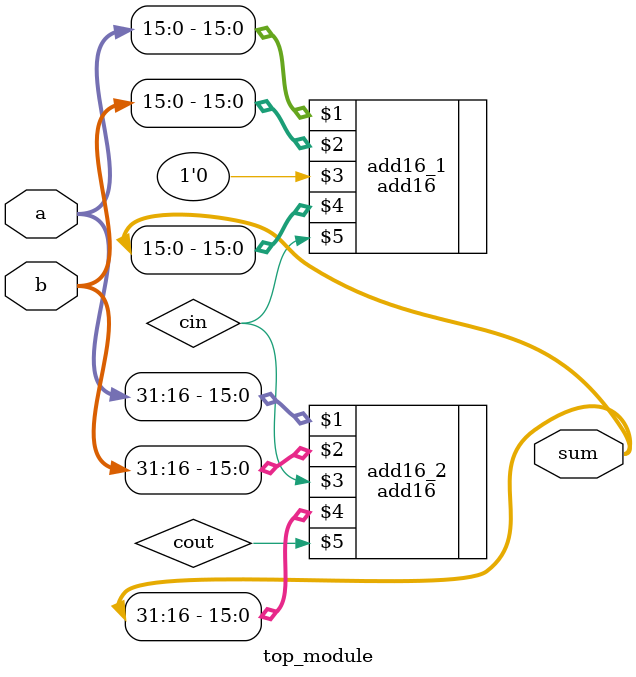
<source format=v>


module top_module(
    input [31:0] a,
    input [31:0] b,
    output [31:0] sum
);
    reg cin, cout;
    
    add16 add16_1 (a[15:0] , b[15:0] , 1'b0, sum[15:0] , cin );
    add16 add16_2 (a[31:16], b[31:16], cin , sum[31:16], cout);

endmodule

</source>
